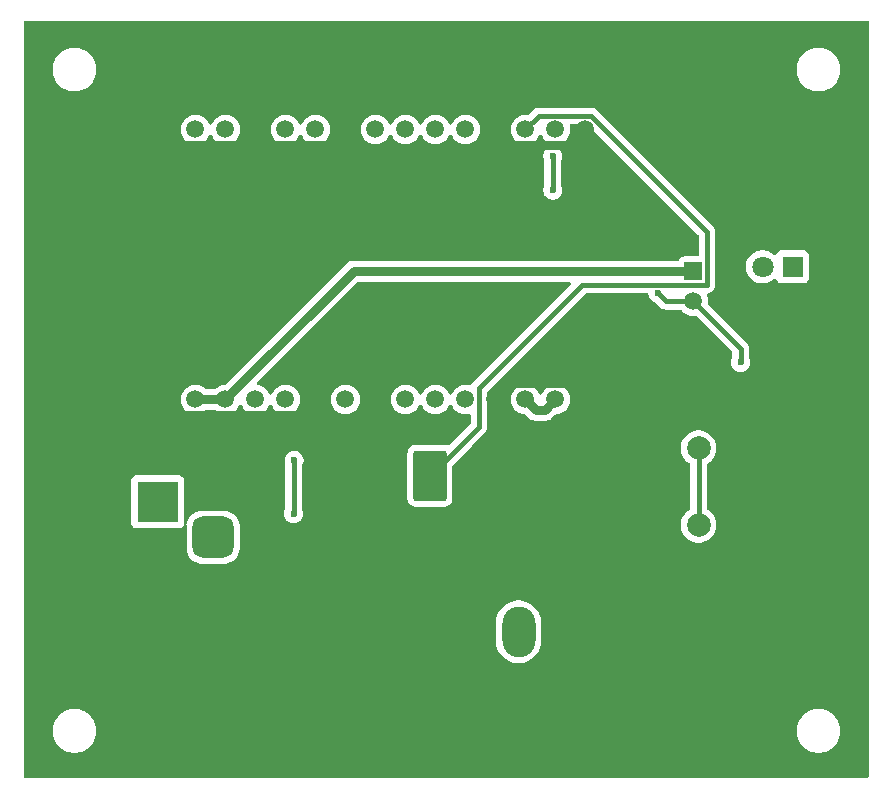
<source format=gbr>
%TF.GenerationSoftware,KiCad,Pcbnew,9.0.2*%
%TF.CreationDate,2025-08-02T19:20:04+02:00*%
%TF.ProjectId,Smart Exhaust Control,536d6172-7420-4457-9868-617573742043,rev?*%
%TF.SameCoordinates,Original*%
%TF.FileFunction,Copper,L2,Bot*%
%TF.FilePolarity,Positive*%
%FSLAX46Y46*%
G04 Gerber Fmt 4.6, Leading zero omitted, Abs format (unit mm)*
G04 Created by KiCad (PCBNEW 9.0.2) date 2025-08-02 19:20:04*
%MOMM*%
%LPD*%
G01*
G04 APERTURE LIST*
G04 Aperture macros list*
%AMRoundRect*
0 Rectangle with rounded corners*
0 $1 Rounding radius*
0 $2 $3 $4 $5 $6 $7 $8 $9 X,Y pos of 4 corners*
0 Add a 4 corners polygon primitive as box body*
4,1,4,$2,$3,$4,$5,$6,$7,$8,$9,$2,$3,0*
0 Add four circle primitives for the rounded corners*
1,1,$1+$1,$2,$3*
1,1,$1+$1,$4,$5*
1,1,$1+$1,$6,$7*
1,1,$1+$1,$8,$9*
0 Add four rect primitives between the rounded corners*
20,1,$1+$1,$2,$3,$4,$5,0*
20,1,$1+$1,$4,$5,$6,$7,0*
20,1,$1+$1,$6,$7,$8,$9,0*
20,1,$1+$1,$8,$9,$2,$3,0*%
G04 Aperture macros list end*
%TA.AperFunction,ComponentPad*%
%ADD10R,3.500000X3.500000*%
%TD*%
%TA.AperFunction,ComponentPad*%
%ADD11RoundRect,0.750000X1.000000X-0.750000X1.000000X0.750000X-1.000000X0.750000X-1.000000X-0.750000X0*%
%TD*%
%TA.AperFunction,ComponentPad*%
%ADD12RoundRect,0.875000X0.875000X-0.875000X0.875000X0.875000X-0.875000X0.875000X-0.875000X-0.875000X0*%
%TD*%
%TA.AperFunction,ComponentPad*%
%ADD13C,2.000000*%
%TD*%
%TA.AperFunction,ComponentPad*%
%ADD14R,1.800000X1.800000*%
%TD*%
%TA.AperFunction,ComponentPad*%
%ADD15C,1.800000*%
%TD*%
%TA.AperFunction,ComponentPad*%
%ADD16R,1.500000X1.500000*%
%TD*%
%TA.AperFunction,ComponentPad*%
%ADD17C,1.500000*%
%TD*%
%TA.AperFunction,ComponentPad*%
%ADD18RoundRect,0.250001X-1.149999X-1.899999X1.149999X-1.899999X1.149999X1.899999X-1.149999X1.899999X0*%
%TD*%
%TA.AperFunction,ComponentPad*%
%ADD19O,2.800000X4.300000*%
%TD*%
%TA.AperFunction,ViaPad*%
%ADD20C,0.600000*%
%TD*%
%TA.AperFunction,Conductor*%
%ADD21C,0.800000*%
%TD*%
%TA.AperFunction,Conductor*%
%ADD22C,0.400000*%
%TD*%
G04 APERTURE END LIST*
D10*
%TO.P,J1,1*%
%TO.N,+12V*%
X85042500Y-71600000D03*
D11*
%TO.P,J1,2*%
%TO.N,/GND*%
X85042500Y-77600000D03*
D12*
%TO.P,J1,3*%
%TO.N,N/C*%
X89742500Y-74600000D03*
%TD*%
D13*
%TO.P,SW1,1,1*%
%TO.N,/Button*%
X130850000Y-73550000D03*
X130850000Y-67050000D03*
%TO.P,SW1,2,2*%
%TO.N,/GND*%
X135350000Y-73550000D03*
X135350000Y-67050000D03*
%TD*%
D14*
%TO.P,D1,1,K*%
%TO.N,Net-(D1-K)*%
X138800000Y-51700000D03*
D15*
%TO.P,D1,2,A*%
%TO.N,/LED*%
X136260000Y-51700000D03*
%TD*%
D16*
%TO.P,U1,1,GND*%
%TO.N,/GND*%
X85705000Y-62930000D03*
D17*
%TO.P,U1,2,3V3*%
%TO.N,/vcc*%
X88245000Y-62930000D03*
%TO.P,U1,3,3V3*%
X90785000Y-62930000D03*
%TO.P,U1,4,IO2*%
%TO.N,unconnected-(U1-IO2-Pad4)*%
X93325000Y-62930000D03*
%TO.P,U1,5,IO3*%
%TO.N,unconnected-(U1-IO3-Pad5)*%
X95865000Y-62930000D03*
%TO.P,U1,6,GND*%
%TO.N,/GND*%
X98405000Y-62930000D03*
%TO.P,U1,7,RST*%
%TO.N,unconnected-(U1-RST-Pad7)*%
X100945000Y-62930000D03*
%TO.P,U1,8,GND*%
%TO.N,/GND*%
X103485000Y-62930000D03*
%TO.P,U1,9,IO0*%
%TO.N,unconnected-(U1-IO0-Pad9)*%
X106025000Y-62930000D03*
%TO.P,U1,10,IO1*%
%TO.N,unconnected-(U1-IO1-Pad10)*%
X108565000Y-62930000D03*
%TO.P,U1,11,IO10*%
%TO.N,unconnected-(U1-IO10-Pad11)*%
X111105000Y-62930000D03*
%TO.P,U1,12,GND*%
%TO.N,/GND*%
X113645000Y-62930000D03*
%TO.P,U1,13,5V*%
%TO.N,/5V*%
X116185000Y-62930000D03*
%TO.P,U1,14,5V*%
X118725000Y-62930000D03*
%TO.P,U1,15,GND*%
%TO.N,/GND*%
X121265000Y-62930000D03*
%TO.P,U1,16,GND*%
X121265000Y-40070000D03*
%TO.P,U1,17,IO19*%
%TO.N,/DHT_DATA*%
X118725000Y-40070000D03*
%TO.P,U1,18,IO18*%
%TO.N,/Servo PWM*%
X116185000Y-40070000D03*
%TO.P,U1,19,GND*%
%TO.N,/GND*%
X113645000Y-40070000D03*
%TO.P,U1,20,IO4*%
%TO.N,/Button*%
X111105000Y-40070000D03*
%TO.P,U1,21,IO5*%
%TO.N,/SDA*%
X108565000Y-40070000D03*
%TO.P,U1,22,IO6*%
%TO.N,/SCL*%
X106025000Y-40070000D03*
%TO.P,U1,23,IO7*%
%TO.N,unconnected-(U1-IO7-Pad23)*%
X103485000Y-40070000D03*
%TO.P,U1,24,GND*%
%TO.N,/GND*%
X100945000Y-40070000D03*
%TO.P,U1,25,IO8*%
%TO.N,unconnected-(U1-IO8-Pad25)*%
X98405000Y-40070000D03*
%TO.P,U1,26,IO9*%
%TO.N,/LED*%
X95865000Y-40070000D03*
%TO.P,U1,27,GND*%
%TO.N,/GND*%
X93325000Y-40070000D03*
%TO.P,U1,28,RX*%
%TO.N,unconnected-(U1-RX-Pad28)*%
X90785000Y-40070000D03*
%TO.P,U1,29,TX*%
%TO.N,unconnected-(U1-TX-Pad29)*%
X88245000Y-40070000D03*
%TO.P,U1,30,GND*%
%TO.N,/GND*%
X85705000Y-40070000D03*
%TD*%
D16*
%TO.P,U2,1,VDD*%
%TO.N,/vcc*%
X130400000Y-52080000D03*
D17*
%TO.P,U2,2,SDA*%
%TO.N,/DHT_DATA*%
X130400000Y-54620000D03*
%TO.P,U2,3,GND*%
%TO.N,/GND*%
X130400000Y-57160000D03*
%TO.P,U2,4,GND*%
X130400000Y-59700000D03*
%TD*%
D18*
%TO.P,M1,1,PWM*%
%TO.N,/Servo PWM*%
X108100000Y-69400000D03*
D19*
%TO.P,M1,2,+*%
%TO.N,/5V*%
X115600000Y-82600000D03*
%TO.P,M1,3,-*%
%TO.N,/GND*%
X123100000Y-69400000D03*
%TD*%
D20*
%TO.N,/5V*%
X96600000Y-68100000D03*
X96550000Y-72600000D03*
%TO.N,/DHT_DATA*%
X118500000Y-45210000D03*
X127400000Y-53931000D03*
X118500000Y-42321000D03*
X134400000Y-59800000D03*
%TD*%
D21*
%TO.N,/GND*%
X87056000Y-64281000D02*
X85705000Y-62930000D01*
X114996000Y-61579000D02*
X113645000Y-62930000D01*
X94676000Y-41421000D02*
X99594000Y-41421000D01*
X130400000Y-62100000D02*
X135350000Y-67050000D01*
X108815000Y-44900000D02*
X113645000Y-40070000D01*
X93325000Y-40070000D02*
X94676000Y-41421000D01*
X130400000Y-59700000D02*
X130400000Y-62100000D01*
X135350000Y-73550000D02*
X135350000Y-67050000D01*
X97054000Y-64281000D02*
X87056000Y-64281000D01*
X85705000Y-40070000D02*
X87056000Y-41421000D01*
X130400000Y-57160000D02*
X130400000Y-59700000D01*
X119914000Y-61579000D02*
X114996000Y-61579000D01*
X121265000Y-62930000D02*
X119914000Y-61579000D01*
X121265000Y-62930000D02*
X129570000Y-62930000D01*
X98405000Y-62930000D02*
X97054000Y-64281000D01*
X99594000Y-41421000D02*
X100945000Y-40070000D01*
X114996000Y-41421000D02*
X119914000Y-41421000D01*
X105775000Y-44900000D02*
X108815000Y-44900000D01*
X100945000Y-40070000D02*
X105775000Y-44900000D01*
X91974000Y-41421000D02*
X93325000Y-40070000D01*
X113645000Y-40070000D02*
X114996000Y-41421000D01*
X129570000Y-62930000D02*
X130400000Y-62100000D01*
X87056000Y-41421000D02*
X91974000Y-41421000D01*
X119914000Y-41421000D02*
X121265000Y-40070000D01*
D22*
%TO.N,/5V*%
X96550000Y-72600000D02*
X96550000Y-68150000D01*
D21*
X117100000Y-63845000D02*
X116185000Y-62930000D01*
X117810000Y-63845000D02*
X117100000Y-63845000D01*
X118725000Y-62930000D02*
X117810000Y-63845000D01*
D22*
X96550000Y-68150000D02*
X96600000Y-68100000D01*
D21*
%TO.N,/vcc*%
X130400000Y-52080000D02*
X101635000Y-52080000D01*
X88245000Y-62930000D02*
X90785000Y-62930000D01*
X101635000Y-52080000D02*
X90785000Y-62930000D01*
D22*
%TO.N,/Servo PWM*%
X131551000Y-48728240D02*
X131551000Y-53231000D01*
X112256000Y-61944000D02*
X112256000Y-65244000D01*
X117336000Y-38919000D02*
X121741760Y-38919000D01*
X112256000Y-65244000D02*
X108100000Y-69400000D01*
X116185000Y-40070000D02*
X117336000Y-38919000D01*
X131551000Y-53231000D02*
X120969000Y-53231000D01*
X121741760Y-38919000D02*
X131551000Y-48728240D01*
X120969000Y-53231000D02*
X112256000Y-61944000D01*
%TO.N,/DHT_DATA*%
X128089000Y-54620000D02*
X127400000Y-53931000D01*
X118500000Y-45210000D02*
X118500000Y-42321000D01*
X134400000Y-58620000D02*
X134400000Y-59800000D01*
X130400000Y-54620000D02*
X134400000Y-58620000D01*
X130400000Y-54620000D02*
X128089000Y-54620000D01*
%TO.N,/Button*%
X130850000Y-67050000D02*
X130850000Y-73550000D01*
%TD*%
%TA.AperFunction,Conductor*%
%TO.N,/GND*%
G36*
X145242539Y-30920185D02*
G01*
X145288294Y-30972989D01*
X145299500Y-31024500D01*
X145299500Y-94825500D01*
X145279815Y-94892539D01*
X145227011Y-94938294D01*
X145175500Y-94949500D01*
X73824500Y-94949500D01*
X73757461Y-94929815D01*
X73711706Y-94877011D01*
X73700500Y-94825500D01*
X73700500Y-90878711D01*
X76149500Y-90878711D01*
X76149500Y-91121288D01*
X76181161Y-91361785D01*
X76243947Y-91596104D01*
X76336773Y-91820205D01*
X76336776Y-91820212D01*
X76458064Y-92030289D01*
X76458066Y-92030292D01*
X76458067Y-92030293D01*
X76605733Y-92222736D01*
X76605739Y-92222743D01*
X76777256Y-92394260D01*
X76777262Y-92394265D01*
X76969711Y-92541936D01*
X77179788Y-92663224D01*
X77403900Y-92756054D01*
X77638211Y-92818838D01*
X77818586Y-92842584D01*
X77878711Y-92850500D01*
X77878712Y-92850500D01*
X78121289Y-92850500D01*
X78169388Y-92844167D01*
X78361789Y-92818838D01*
X78596100Y-92756054D01*
X78820212Y-92663224D01*
X79030289Y-92541936D01*
X79222738Y-92394265D01*
X79394265Y-92222738D01*
X79541936Y-92030289D01*
X79663224Y-91820212D01*
X79756054Y-91596100D01*
X79818838Y-91361789D01*
X79850500Y-91121288D01*
X79850500Y-90878712D01*
X79850500Y-90878711D01*
X139149500Y-90878711D01*
X139149500Y-91121288D01*
X139181161Y-91361785D01*
X139243947Y-91596104D01*
X139336773Y-91820205D01*
X139336776Y-91820212D01*
X139458064Y-92030289D01*
X139458066Y-92030292D01*
X139458067Y-92030293D01*
X139605733Y-92222736D01*
X139605739Y-92222743D01*
X139777256Y-92394260D01*
X139777262Y-92394265D01*
X139969711Y-92541936D01*
X140179788Y-92663224D01*
X140403900Y-92756054D01*
X140638211Y-92818838D01*
X140818586Y-92842584D01*
X140878711Y-92850500D01*
X140878712Y-92850500D01*
X141121289Y-92850500D01*
X141169388Y-92844167D01*
X141361789Y-92818838D01*
X141596100Y-92756054D01*
X141820212Y-92663224D01*
X142030289Y-92541936D01*
X142222738Y-92394265D01*
X142394265Y-92222738D01*
X142541936Y-92030289D01*
X142663224Y-91820212D01*
X142756054Y-91596100D01*
X142818838Y-91361789D01*
X142850500Y-91121288D01*
X142850500Y-90878712D01*
X142818838Y-90638211D01*
X142756054Y-90403900D01*
X142663224Y-90179788D01*
X142541936Y-89969711D01*
X142394265Y-89777262D01*
X142394260Y-89777256D01*
X142222743Y-89605739D01*
X142222736Y-89605733D01*
X142030293Y-89458067D01*
X142030292Y-89458066D01*
X142030289Y-89458064D01*
X141820212Y-89336776D01*
X141820205Y-89336773D01*
X141596104Y-89243947D01*
X141361785Y-89181161D01*
X141121289Y-89149500D01*
X141121288Y-89149500D01*
X140878712Y-89149500D01*
X140878711Y-89149500D01*
X140638214Y-89181161D01*
X140403895Y-89243947D01*
X140179794Y-89336773D01*
X140179785Y-89336777D01*
X139969706Y-89458067D01*
X139777263Y-89605733D01*
X139777256Y-89605739D01*
X139605739Y-89777256D01*
X139605733Y-89777263D01*
X139458067Y-89969706D01*
X139336777Y-90179785D01*
X139336773Y-90179794D01*
X139243947Y-90403895D01*
X139181161Y-90638214D01*
X139149500Y-90878711D01*
X79850500Y-90878711D01*
X79818838Y-90638211D01*
X79756054Y-90403900D01*
X79663224Y-90179788D01*
X79541936Y-89969711D01*
X79394265Y-89777262D01*
X79394260Y-89777256D01*
X79222743Y-89605739D01*
X79222736Y-89605733D01*
X79030293Y-89458067D01*
X79030292Y-89458066D01*
X79030289Y-89458064D01*
X78820212Y-89336776D01*
X78820205Y-89336773D01*
X78596104Y-89243947D01*
X78361785Y-89181161D01*
X78121289Y-89149500D01*
X78121288Y-89149500D01*
X77878712Y-89149500D01*
X77878711Y-89149500D01*
X77638214Y-89181161D01*
X77403895Y-89243947D01*
X77179794Y-89336773D01*
X77179785Y-89336777D01*
X76969706Y-89458067D01*
X76777263Y-89605733D01*
X76777256Y-89605739D01*
X76605739Y-89777256D01*
X76605733Y-89777263D01*
X76458067Y-89969706D01*
X76336777Y-90179785D01*
X76336773Y-90179794D01*
X76243947Y-90403895D01*
X76181161Y-90638214D01*
X76149500Y-90878711D01*
X73700500Y-90878711D01*
X73700500Y-81725441D01*
X113699500Y-81725441D01*
X113699500Y-83474558D01*
X113699501Y-83474575D01*
X113732017Y-83721561D01*
X113796498Y-83962207D01*
X113891830Y-84192361D01*
X113891837Y-84192376D01*
X114016400Y-84408126D01*
X114168060Y-84605774D01*
X114168066Y-84605781D01*
X114344218Y-84781933D01*
X114344225Y-84781939D01*
X114541873Y-84933599D01*
X114757623Y-85058162D01*
X114757638Y-85058169D01*
X114856825Y-85099253D01*
X114987793Y-85153502D01*
X115228435Y-85217982D01*
X115475435Y-85250500D01*
X115475442Y-85250500D01*
X115724558Y-85250500D01*
X115724565Y-85250500D01*
X115971565Y-85217982D01*
X116212207Y-85153502D01*
X116442373Y-85058164D01*
X116658127Y-84933599D01*
X116855776Y-84781938D01*
X117031938Y-84605776D01*
X117183599Y-84408127D01*
X117308164Y-84192373D01*
X117403502Y-83962207D01*
X117467982Y-83721565D01*
X117500500Y-83474565D01*
X117500500Y-81725435D01*
X117467982Y-81478435D01*
X117403502Y-81237793D01*
X117308164Y-81007627D01*
X117183599Y-80791873D01*
X117031938Y-80594224D01*
X117031933Y-80594218D01*
X116855781Y-80418066D01*
X116855774Y-80418060D01*
X116658126Y-80266400D01*
X116442376Y-80141837D01*
X116442361Y-80141830D01*
X116212207Y-80046498D01*
X115971561Y-79982017D01*
X115724575Y-79949501D01*
X115724570Y-79949500D01*
X115724565Y-79949500D01*
X115475435Y-79949500D01*
X115475429Y-79949500D01*
X115475424Y-79949501D01*
X115228438Y-79982017D01*
X114987792Y-80046498D01*
X114757638Y-80141830D01*
X114757623Y-80141837D01*
X114541873Y-80266400D01*
X114344225Y-80418060D01*
X114344218Y-80418066D01*
X114168066Y-80594218D01*
X114168060Y-80594225D01*
X114016400Y-80791873D01*
X113891837Y-81007623D01*
X113891830Y-81007638D01*
X113796498Y-81237792D01*
X113732017Y-81478438D01*
X113699501Y-81725424D01*
X113699500Y-81725441D01*
X73700500Y-81725441D01*
X73700500Y-69802135D01*
X82792000Y-69802135D01*
X82792000Y-73397870D01*
X82792001Y-73397876D01*
X82798408Y-73457483D01*
X82848702Y-73592328D01*
X82848706Y-73592335D01*
X82934952Y-73707544D01*
X82934955Y-73707547D01*
X83050164Y-73793793D01*
X83050171Y-73793797D01*
X83185017Y-73844091D01*
X83185016Y-73844091D01*
X83191944Y-73844835D01*
X83244627Y-73850500D01*
X86840372Y-73850499D01*
X86899983Y-73844091D01*
X87034831Y-73793796D01*
X87150046Y-73707546D01*
X87236296Y-73592331D01*
X87253926Y-73545060D01*
X87295796Y-73489128D01*
X87361259Y-73464710D01*
X87429533Y-73479561D01*
X87478939Y-73528965D01*
X87493933Y-73594971D01*
X87492001Y-73631342D01*
X87492000Y-73631386D01*
X87492000Y-75568613D01*
X87492001Y-75568652D01*
X87494795Y-75621243D01*
X87494795Y-75621244D01*
X87539254Y-75851121D01*
X87539255Y-75851126D01*
X87587826Y-75979832D01*
X87621925Y-76070189D01*
X87740429Y-76272131D01*
X87740434Y-76272138D01*
X87891356Y-76451141D01*
X87891358Y-76451143D01*
X88070361Y-76602065D01*
X88070368Y-76602070D01*
X88272310Y-76720574D01*
X88491374Y-76803245D01*
X88721259Y-76847705D01*
X88773878Y-76850500D01*
X88773886Y-76850500D01*
X90711114Y-76850500D01*
X90711122Y-76850500D01*
X90763741Y-76847705D01*
X90993626Y-76803245D01*
X91212690Y-76720574D01*
X91414632Y-76602070D01*
X91593642Y-76451142D01*
X91744570Y-76272132D01*
X91863074Y-76070190D01*
X91945745Y-75851126D01*
X91990205Y-75621241D01*
X91993000Y-75568622D01*
X91993000Y-73631378D01*
X91990205Y-73578759D01*
X91945745Y-73348874D01*
X91863074Y-73129810D01*
X91744570Y-72927868D01*
X91744565Y-72927861D01*
X91593643Y-72748858D01*
X91593641Y-72748856D01*
X91428800Y-72609875D01*
X91428791Y-72609868D01*
X91414631Y-72597929D01*
X91283797Y-72521153D01*
X95749500Y-72521153D01*
X95749500Y-72678846D01*
X95780261Y-72833489D01*
X95780264Y-72833501D01*
X95840602Y-72979172D01*
X95840609Y-72979185D01*
X95928210Y-73110288D01*
X95928213Y-73110292D01*
X96039707Y-73221786D01*
X96039711Y-73221789D01*
X96170814Y-73309390D01*
X96170827Y-73309397D01*
X96316498Y-73369735D01*
X96316503Y-73369737D01*
X96471153Y-73400499D01*
X96471156Y-73400500D01*
X96471158Y-73400500D01*
X96628844Y-73400500D01*
X96628845Y-73400499D01*
X96783497Y-73369737D01*
X96929179Y-73309394D01*
X97060289Y-73221789D01*
X97171789Y-73110289D01*
X97259394Y-72979179D01*
X97319737Y-72833497D01*
X97350500Y-72678842D01*
X97350500Y-72521158D01*
X97350500Y-72521155D01*
X97350499Y-72521153D01*
X97327491Y-72405485D01*
X97319737Y-72366503D01*
X97278379Y-72266655D01*
X97259939Y-72222136D01*
X97250500Y-72174684D01*
X97250500Y-68604935D01*
X97270185Y-68537896D01*
X97271366Y-68536090D01*
X97309394Y-68479179D01*
X97369737Y-68333497D01*
X97400500Y-68178842D01*
X97400500Y-68021158D01*
X97400500Y-68021155D01*
X97400499Y-68021153D01*
X97369738Y-67866510D01*
X97369737Y-67866503D01*
X97357282Y-67836433D01*
X97309397Y-67720827D01*
X97309390Y-67720814D01*
X97221789Y-67589711D01*
X97221786Y-67589707D01*
X97110292Y-67478213D01*
X97110288Y-67478210D01*
X96979185Y-67390609D01*
X96979172Y-67390602D01*
X96833501Y-67330264D01*
X96833489Y-67330261D01*
X96678845Y-67299500D01*
X96678842Y-67299500D01*
X96521158Y-67299500D01*
X96521155Y-67299500D01*
X96366510Y-67330261D01*
X96366498Y-67330264D01*
X96220827Y-67390602D01*
X96220814Y-67390609D01*
X96089711Y-67478210D01*
X96089707Y-67478213D01*
X95978213Y-67589707D01*
X95978210Y-67589711D01*
X95890609Y-67720814D01*
X95890602Y-67720827D01*
X95830264Y-67866498D01*
X95830261Y-67866510D01*
X95799500Y-68021153D01*
X95799500Y-68178846D01*
X95830261Y-68333489D01*
X95830263Y-68333497D01*
X95840061Y-68357151D01*
X95849500Y-68404604D01*
X95849500Y-72174684D01*
X95840061Y-72222136D01*
X95780264Y-72366498D01*
X95780261Y-72366510D01*
X95749500Y-72521153D01*
X91283797Y-72521153D01*
X91212689Y-72479425D01*
X91122332Y-72445326D01*
X90993626Y-72396755D01*
X90993621Y-72396754D01*
X90763743Y-72352295D01*
X90711152Y-72349501D01*
X90711129Y-72349500D01*
X90711122Y-72349500D01*
X88773878Y-72349500D01*
X88773870Y-72349500D01*
X88773847Y-72349501D01*
X88721256Y-72352295D01*
X88721255Y-72352295D01*
X88491378Y-72396754D01*
X88491376Y-72396754D01*
X88491374Y-72396755D01*
X88417433Y-72424659D01*
X88272310Y-72479425D01*
X88070368Y-72597929D01*
X88070361Y-72597934D01*
X87891358Y-72748856D01*
X87891356Y-72748858D01*
X87740434Y-72927861D01*
X87740429Y-72927868D01*
X87621925Y-73129810D01*
X87539253Y-73348880D01*
X87538740Y-73351532D01*
X87538212Y-73352552D01*
X87537817Y-73353950D01*
X87537532Y-73353869D01*
X87506675Y-73413609D01*
X87446139Y-73448497D01*
X87376351Y-73445117D01*
X87319468Y-73404544D01*
X87293551Y-73339659D01*
X87292999Y-73327989D01*
X87292999Y-69802128D01*
X87286591Y-69742517D01*
X87236296Y-69607669D01*
X87236295Y-69607668D01*
X87236293Y-69607664D01*
X87150047Y-69492455D01*
X87150044Y-69492452D01*
X87034835Y-69406206D01*
X87034828Y-69406202D01*
X86899982Y-69355908D01*
X86899983Y-69355908D01*
X86840383Y-69349501D01*
X86840381Y-69349500D01*
X86840373Y-69349500D01*
X86840364Y-69349500D01*
X83244629Y-69349500D01*
X83244623Y-69349501D01*
X83185016Y-69355908D01*
X83050171Y-69406202D01*
X83050164Y-69406206D01*
X82934955Y-69492452D01*
X82934952Y-69492455D01*
X82848706Y-69607664D01*
X82848702Y-69607671D01*
X82798408Y-69742517D01*
X82792001Y-69802116D01*
X82792001Y-69802123D01*
X82792000Y-69802135D01*
X73700500Y-69802135D01*
X73700500Y-62831577D01*
X86994500Y-62831577D01*
X86994500Y-63028422D01*
X87025290Y-63222826D01*
X87086117Y-63410029D01*
X87175475Y-63585403D01*
X87175476Y-63585405D01*
X87291172Y-63744646D01*
X87430354Y-63883828D01*
X87589595Y-63999524D01*
X87672455Y-64041743D01*
X87764970Y-64088882D01*
X87764972Y-64088882D01*
X87764975Y-64088884D01*
X87865317Y-64121487D01*
X87952173Y-64149709D01*
X88146578Y-64180500D01*
X88146583Y-64180500D01*
X88343422Y-64180500D01*
X88537826Y-64149709D01*
X88541313Y-64148576D01*
X88725025Y-64088884D01*
X88900405Y-63999524D01*
X89059646Y-63883828D01*
X89076655Y-63866819D01*
X89137978Y-63833334D01*
X89164336Y-63830500D01*
X89865664Y-63830500D01*
X89932703Y-63850185D01*
X89953345Y-63866819D01*
X89970354Y-63883828D01*
X90129595Y-63999524D01*
X90212455Y-64041743D01*
X90304970Y-64088882D01*
X90304972Y-64088882D01*
X90304975Y-64088884D01*
X90405317Y-64121487D01*
X90492173Y-64149709D01*
X90686578Y-64180500D01*
X90686583Y-64180500D01*
X90883422Y-64180500D01*
X91077826Y-64149709D01*
X91081313Y-64148576D01*
X91265025Y-64088884D01*
X91440405Y-63999524D01*
X91599646Y-63883828D01*
X91738828Y-63744646D01*
X91854524Y-63585405D01*
X91943884Y-63410025D01*
X91944515Y-63408787D01*
X91992489Y-63357990D01*
X92060310Y-63341195D01*
X92126445Y-63363732D01*
X92165485Y-63408787D01*
X92255474Y-63585403D01*
X92290234Y-63633246D01*
X92371172Y-63744646D01*
X92510354Y-63883828D01*
X92669595Y-63999524D01*
X92752455Y-64041743D01*
X92844970Y-64088882D01*
X92844972Y-64088882D01*
X92844975Y-64088884D01*
X92945317Y-64121487D01*
X93032173Y-64149709D01*
X93226578Y-64180500D01*
X93226583Y-64180500D01*
X93423422Y-64180500D01*
X93617826Y-64149709D01*
X93621313Y-64148576D01*
X93805025Y-64088884D01*
X93980405Y-63999524D01*
X94139646Y-63883828D01*
X94278828Y-63744646D01*
X94394524Y-63585405D01*
X94483884Y-63410025D01*
X94484515Y-63408787D01*
X94532489Y-63357990D01*
X94600310Y-63341195D01*
X94666445Y-63363732D01*
X94705485Y-63408787D01*
X94795474Y-63585403D01*
X94830234Y-63633246D01*
X94911172Y-63744646D01*
X95050354Y-63883828D01*
X95209595Y-63999524D01*
X95292455Y-64041743D01*
X95384970Y-64088882D01*
X95384972Y-64088882D01*
X95384975Y-64088884D01*
X95485317Y-64121487D01*
X95572173Y-64149709D01*
X95766578Y-64180500D01*
X95766583Y-64180500D01*
X95963422Y-64180500D01*
X96157826Y-64149709D01*
X96161313Y-64148576D01*
X96345025Y-64088884D01*
X96520405Y-63999524D01*
X96679646Y-63883828D01*
X96818828Y-63744646D01*
X96934524Y-63585405D01*
X97023884Y-63410025D01*
X97084709Y-63222826D01*
X97115500Y-63028422D01*
X97115500Y-62831577D01*
X99694500Y-62831577D01*
X99694500Y-63028422D01*
X99725290Y-63222826D01*
X99786117Y-63410029D01*
X99875475Y-63585403D01*
X99875476Y-63585405D01*
X99991172Y-63744646D01*
X100130354Y-63883828D01*
X100289595Y-63999524D01*
X100372455Y-64041743D01*
X100464970Y-64088882D01*
X100464972Y-64088882D01*
X100464975Y-64088884D01*
X100565317Y-64121487D01*
X100652173Y-64149709D01*
X100846578Y-64180500D01*
X100846583Y-64180500D01*
X101043422Y-64180500D01*
X101237826Y-64149709D01*
X101241313Y-64148576D01*
X101425025Y-64088884D01*
X101600405Y-63999524D01*
X101759646Y-63883828D01*
X101898828Y-63744646D01*
X102014524Y-63585405D01*
X102103884Y-63410025D01*
X102164709Y-63222826D01*
X102195500Y-63028422D01*
X102195500Y-62831577D01*
X102164709Y-62637173D01*
X102103882Y-62449970D01*
X102014523Y-62274594D01*
X101898828Y-62115354D01*
X101759646Y-61976172D01*
X101600405Y-61860476D01*
X101425029Y-61771117D01*
X101237826Y-61710290D01*
X101043422Y-61679500D01*
X101043417Y-61679500D01*
X100846583Y-61679500D01*
X100846578Y-61679500D01*
X100652173Y-61710290D01*
X100464970Y-61771117D01*
X100289594Y-61860476D01*
X100198741Y-61926485D01*
X100130354Y-61976172D01*
X100130352Y-61976174D01*
X100130351Y-61976174D01*
X99991174Y-62115351D01*
X99991174Y-62115352D01*
X99991172Y-62115354D01*
X99941485Y-62183741D01*
X99875476Y-62274594D01*
X99786117Y-62449970D01*
X99725290Y-62637173D01*
X99694500Y-62831577D01*
X97115500Y-62831577D01*
X97084709Y-62637173D01*
X97023882Y-62449970D01*
X96934523Y-62274594D01*
X96818828Y-62115354D01*
X96679646Y-61976172D01*
X96520405Y-61860476D01*
X96345029Y-61771117D01*
X96157826Y-61710290D01*
X95963422Y-61679500D01*
X95963417Y-61679500D01*
X95766583Y-61679500D01*
X95766578Y-61679500D01*
X95572173Y-61710290D01*
X95384970Y-61771117D01*
X95209594Y-61860476D01*
X95118741Y-61926485D01*
X95050354Y-61976172D01*
X95050352Y-61976174D01*
X95050351Y-61976174D01*
X94911174Y-62115351D01*
X94911174Y-62115352D01*
X94911172Y-62115354D01*
X94861485Y-62183741D01*
X94795476Y-62274594D01*
X94705485Y-62451213D01*
X94657511Y-62502009D01*
X94589690Y-62518804D01*
X94523555Y-62496267D01*
X94484515Y-62451213D01*
X94394523Y-62274594D01*
X94278828Y-62115354D01*
X94139646Y-61976172D01*
X93980405Y-61860476D01*
X93805029Y-61771117D01*
X93617827Y-61710291D01*
X93565010Y-61701925D01*
X93501875Y-61671995D01*
X93464945Y-61612683D01*
X93465943Y-61542820D01*
X93496726Y-61491773D01*
X101971681Y-53016819D01*
X102033004Y-52983334D01*
X102059362Y-52980500D01*
X119929481Y-52980500D01*
X119996520Y-53000185D01*
X120042275Y-53052989D01*
X120052219Y-53122147D01*
X120023194Y-53185703D01*
X120017162Y-53192181D01*
X111711888Y-61497453D01*
X111711887Y-61497454D01*
X111635223Y-61612191D01*
X111615114Y-61660740D01*
X111571272Y-61715144D01*
X111504978Y-61737208D01*
X111462235Y-61731218D01*
X111397829Y-61710291D01*
X111203422Y-61679500D01*
X111203417Y-61679500D01*
X111006583Y-61679500D01*
X111006578Y-61679500D01*
X110812173Y-61710290D01*
X110624970Y-61771117D01*
X110449594Y-61860476D01*
X110358741Y-61926485D01*
X110290354Y-61976172D01*
X110290352Y-61976174D01*
X110290351Y-61976174D01*
X110151174Y-62115351D01*
X110151174Y-62115352D01*
X110151172Y-62115354D01*
X110101485Y-62183741D01*
X110035476Y-62274594D01*
X109945485Y-62451213D01*
X109897511Y-62502009D01*
X109829690Y-62518804D01*
X109763555Y-62496267D01*
X109724515Y-62451213D01*
X109634523Y-62274594D01*
X109518828Y-62115354D01*
X109379646Y-61976172D01*
X109220405Y-61860476D01*
X109045029Y-61771117D01*
X108857826Y-61710290D01*
X108663422Y-61679500D01*
X108663417Y-61679500D01*
X108466583Y-61679500D01*
X108466578Y-61679500D01*
X108272173Y-61710290D01*
X108084970Y-61771117D01*
X107909594Y-61860476D01*
X107818741Y-61926485D01*
X107750354Y-61976172D01*
X107750352Y-61976174D01*
X107750351Y-61976174D01*
X107611174Y-62115351D01*
X107611174Y-62115352D01*
X107611172Y-62115354D01*
X107561485Y-62183741D01*
X107495476Y-62274594D01*
X107405485Y-62451213D01*
X107357511Y-62502009D01*
X107289690Y-62518804D01*
X107223555Y-62496267D01*
X107184515Y-62451213D01*
X107094523Y-62274594D01*
X106978828Y-62115354D01*
X106839646Y-61976172D01*
X106680405Y-61860476D01*
X106505029Y-61771117D01*
X106317826Y-61710290D01*
X106123422Y-61679500D01*
X106123417Y-61679500D01*
X105926583Y-61679500D01*
X105926578Y-61679500D01*
X105732173Y-61710290D01*
X105544970Y-61771117D01*
X105369594Y-61860476D01*
X105278741Y-61926485D01*
X105210354Y-61976172D01*
X105210352Y-61976174D01*
X105210351Y-61976174D01*
X105071174Y-62115351D01*
X105071174Y-62115352D01*
X105071172Y-62115354D01*
X105021485Y-62183741D01*
X104955476Y-62274594D01*
X104866117Y-62449970D01*
X104805290Y-62637173D01*
X104774500Y-62831577D01*
X104774500Y-63028422D01*
X104805290Y-63222826D01*
X104866117Y-63410029D01*
X104955475Y-63585403D01*
X104955476Y-63585405D01*
X105071172Y-63744646D01*
X105210354Y-63883828D01*
X105369595Y-63999524D01*
X105452455Y-64041743D01*
X105544970Y-64088882D01*
X105544972Y-64088882D01*
X105544975Y-64088884D01*
X105645317Y-64121487D01*
X105732173Y-64149709D01*
X105926578Y-64180500D01*
X105926583Y-64180500D01*
X106123422Y-64180500D01*
X106317826Y-64149709D01*
X106321313Y-64148576D01*
X106505025Y-64088884D01*
X106680405Y-63999524D01*
X106839646Y-63883828D01*
X106978828Y-63744646D01*
X107094524Y-63585405D01*
X107183884Y-63410025D01*
X107184515Y-63408787D01*
X107232489Y-63357990D01*
X107300310Y-63341195D01*
X107366445Y-63363732D01*
X107405485Y-63408787D01*
X107495474Y-63585403D01*
X107530234Y-63633246D01*
X107611172Y-63744646D01*
X107750354Y-63883828D01*
X107909595Y-63999524D01*
X107992455Y-64041743D01*
X108084970Y-64088882D01*
X108084972Y-64088882D01*
X108084975Y-64088884D01*
X108185317Y-64121487D01*
X108272173Y-64149709D01*
X108466578Y-64180500D01*
X108466583Y-64180500D01*
X108663422Y-64180500D01*
X108857826Y-64149709D01*
X108861313Y-64148576D01*
X109045025Y-64088884D01*
X109220405Y-63999524D01*
X109379646Y-63883828D01*
X109518828Y-63744646D01*
X109634524Y-63585405D01*
X109723884Y-63410025D01*
X109724515Y-63408787D01*
X109772489Y-63357990D01*
X109840310Y-63341195D01*
X109906445Y-63363732D01*
X109945485Y-63408787D01*
X110035474Y-63585403D01*
X110070234Y-63633246D01*
X110151172Y-63744646D01*
X110290354Y-63883828D01*
X110449595Y-63999524D01*
X110532455Y-64041743D01*
X110624970Y-64088882D01*
X110624972Y-64088882D01*
X110624975Y-64088884D01*
X110725317Y-64121487D01*
X110812173Y-64149709D01*
X111006578Y-64180500D01*
X111006583Y-64180500D01*
X111203422Y-64180500D01*
X111382982Y-64152060D01*
X111397826Y-64149709D01*
X111397834Y-64149706D01*
X111402542Y-64148576D01*
X111472325Y-64152060D01*
X111529146Y-64192719D01*
X111554965Y-64257643D01*
X111555500Y-64269147D01*
X111555500Y-64902480D01*
X111535815Y-64969519D01*
X111519181Y-64990161D01*
X109715855Y-66793486D01*
X109654532Y-66826971D01*
X109584840Y-66821987D01*
X109575770Y-66818188D01*
X109569339Y-66815189D01*
X109569334Y-66815186D01*
X109402797Y-66760001D01*
X109402795Y-66760000D01*
X109300015Y-66749500D01*
X109300008Y-66749500D01*
X106899992Y-66749500D01*
X106899984Y-66749500D01*
X106797204Y-66760000D01*
X106797203Y-66760001D01*
X106630664Y-66815186D01*
X106630662Y-66815187D01*
X106481348Y-66907286D01*
X106481344Y-66907289D01*
X106357289Y-67031344D01*
X106357286Y-67031348D01*
X106265187Y-67180662D01*
X106265186Y-67180664D01*
X106210001Y-67347203D01*
X106210000Y-67347204D01*
X106199500Y-67449984D01*
X106199500Y-71350015D01*
X106210000Y-71452795D01*
X106210001Y-71452796D01*
X106265186Y-71619335D01*
X106265187Y-71619337D01*
X106357286Y-71768651D01*
X106357289Y-71768655D01*
X106481344Y-71892710D01*
X106481348Y-71892713D01*
X106630662Y-71984812D01*
X106630664Y-71984813D01*
X106630666Y-71984814D01*
X106797203Y-72039999D01*
X106899992Y-72050500D01*
X106899997Y-72050500D01*
X109300003Y-72050500D01*
X109300008Y-72050500D01*
X109402797Y-72039999D01*
X109569334Y-71984814D01*
X109718655Y-71892711D01*
X109842711Y-71768655D01*
X109934814Y-71619334D01*
X109989999Y-71452797D01*
X110000500Y-71350008D01*
X110000500Y-68541519D01*
X110020185Y-68474480D01*
X110036819Y-68453838D01*
X111558756Y-66931902D01*
X129349500Y-66931902D01*
X129349500Y-67168097D01*
X129386446Y-67401368D01*
X129459433Y-67625996D01*
X129566657Y-67836433D01*
X129705483Y-68027510D01*
X129872490Y-68194517D01*
X130063567Y-68333343D01*
X130081794Y-68342630D01*
X130132590Y-68390603D01*
X130149500Y-68453115D01*
X130149500Y-72146883D01*
X130129815Y-72213922D01*
X130081799Y-72257366D01*
X130063569Y-72266655D01*
X129968028Y-72336070D01*
X129872490Y-72405483D01*
X129872488Y-72405485D01*
X129872487Y-72405485D01*
X129705485Y-72572487D01*
X129705485Y-72572488D01*
X129705483Y-72572490D01*
X129678321Y-72609875D01*
X129566657Y-72763566D01*
X129459433Y-72974003D01*
X129386446Y-73198631D01*
X129349500Y-73431902D01*
X129349500Y-73668097D01*
X129386446Y-73901368D01*
X129459433Y-74125996D01*
X129566657Y-74336433D01*
X129705483Y-74527510D01*
X129872490Y-74694517D01*
X130063567Y-74833343D01*
X130162991Y-74884002D01*
X130274003Y-74940566D01*
X130274005Y-74940566D01*
X130274008Y-74940568D01*
X130394412Y-74979689D01*
X130498631Y-75013553D01*
X130731903Y-75050500D01*
X130731908Y-75050500D01*
X130968097Y-75050500D01*
X131201368Y-75013553D01*
X131425992Y-74940568D01*
X131636433Y-74833343D01*
X131827510Y-74694517D01*
X131994517Y-74527510D01*
X132133343Y-74336433D01*
X132240568Y-74125992D01*
X132313553Y-73901368D01*
X132322625Y-73844091D01*
X132350500Y-73668097D01*
X132350500Y-73431902D01*
X132313553Y-73198631D01*
X132240566Y-72974003D01*
X132133342Y-72763566D01*
X132122656Y-72748858D01*
X131994517Y-72572490D01*
X131827510Y-72405483D01*
X131636433Y-72266657D01*
X131636432Y-72266656D01*
X131636430Y-72266655D01*
X131618201Y-72257366D01*
X131567407Y-72209390D01*
X131550500Y-72146883D01*
X131550500Y-68453115D01*
X131570185Y-68386076D01*
X131618205Y-68342630D01*
X131636433Y-68333343D01*
X131827510Y-68194517D01*
X131994517Y-68027510D01*
X132133343Y-67836433D01*
X132240568Y-67625992D01*
X132313553Y-67401368D01*
X132324815Y-67330261D01*
X132350500Y-67168097D01*
X132350500Y-66931902D01*
X132313553Y-66698631D01*
X132240566Y-66474003D01*
X132133342Y-66263566D01*
X131994517Y-66072490D01*
X131827510Y-65905483D01*
X131636433Y-65766657D01*
X131425996Y-65659433D01*
X131201368Y-65586446D01*
X130968097Y-65549500D01*
X130968092Y-65549500D01*
X130731908Y-65549500D01*
X130731903Y-65549500D01*
X130498631Y-65586446D01*
X130274003Y-65659433D01*
X130063566Y-65766657D01*
X129954550Y-65845862D01*
X129872490Y-65905483D01*
X129872488Y-65905485D01*
X129872487Y-65905485D01*
X129705485Y-66072487D01*
X129705485Y-66072488D01*
X129705483Y-66072490D01*
X129645862Y-66154550D01*
X129566657Y-66263566D01*
X129459433Y-66474003D01*
X129386446Y-66698631D01*
X129349500Y-66931902D01*
X111558756Y-66931902D01*
X111651303Y-66839355D01*
X112800111Y-65690546D01*
X112800112Y-65690545D01*
X112800114Y-65690543D01*
X112876775Y-65575811D01*
X112887674Y-65549500D01*
X112929578Y-65448332D01*
X112929580Y-65448328D01*
X112956500Y-65312994D01*
X112956500Y-65175006D01*
X112956500Y-62831577D01*
X114934500Y-62831577D01*
X114934500Y-63028422D01*
X114965290Y-63222826D01*
X115026117Y-63410029D01*
X115115475Y-63585403D01*
X115115476Y-63585405D01*
X115231172Y-63744646D01*
X115370354Y-63883828D01*
X115529595Y-63999524D01*
X115612455Y-64041743D01*
X115704970Y-64088882D01*
X115704972Y-64088882D01*
X115704975Y-64088884D01*
X115805317Y-64121487D01*
X115892173Y-64149709D01*
X116086578Y-64180500D01*
X116086583Y-64180500D01*
X116110639Y-64180500D01*
X116177678Y-64200185D01*
X116198320Y-64216819D01*
X116400536Y-64419035D01*
X116525962Y-64544461D01*
X116525966Y-64544465D01*
X116673446Y-64643009D01*
X116673459Y-64643016D01*
X116755392Y-64676953D01*
X116837334Y-64710894D01*
X116837336Y-64710894D01*
X116837341Y-64710896D01*
X117011304Y-64745499D01*
X117011307Y-64745500D01*
X117011309Y-64745500D01*
X117898693Y-64745500D01*
X117898694Y-64745499D01*
X118072666Y-64710895D01*
X118154606Y-64676953D01*
X118236547Y-64643013D01*
X118324959Y-64583936D01*
X118384036Y-64544464D01*
X118711681Y-64216819D01*
X118773004Y-64183334D01*
X118799362Y-64180500D01*
X118823422Y-64180500D01*
X119017826Y-64149709D01*
X119021313Y-64148576D01*
X119205025Y-64088884D01*
X119380405Y-63999524D01*
X119539646Y-63883828D01*
X119678828Y-63744646D01*
X119794524Y-63585405D01*
X119883884Y-63410025D01*
X119944709Y-63222826D01*
X119975500Y-63028422D01*
X119975500Y-62831577D01*
X119944709Y-62637173D01*
X119883882Y-62449970D01*
X119794523Y-62274594D01*
X119678828Y-62115354D01*
X119539646Y-61976172D01*
X119380405Y-61860476D01*
X119205029Y-61771117D01*
X119017826Y-61710290D01*
X118823422Y-61679500D01*
X118823417Y-61679500D01*
X118626583Y-61679500D01*
X118626578Y-61679500D01*
X118432173Y-61710290D01*
X118244970Y-61771117D01*
X118069594Y-61860476D01*
X117978741Y-61926485D01*
X117910354Y-61976172D01*
X117910352Y-61976174D01*
X117910351Y-61976174D01*
X117771174Y-62115351D01*
X117771174Y-62115352D01*
X117771172Y-62115354D01*
X117721485Y-62183741D01*
X117655476Y-62274594D01*
X117565485Y-62451213D01*
X117517511Y-62502009D01*
X117449690Y-62518804D01*
X117383555Y-62496267D01*
X117344515Y-62451213D01*
X117254523Y-62274594D01*
X117138828Y-62115354D01*
X116999646Y-61976172D01*
X116840405Y-61860476D01*
X116665029Y-61771117D01*
X116477826Y-61710290D01*
X116283422Y-61679500D01*
X116283417Y-61679500D01*
X116086583Y-61679500D01*
X116086578Y-61679500D01*
X115892173Y-61710290D01*
X115704970Y-61771117D01*
X115529594Y-61860476D01*
X115438741Y-61926485D01*
X115370354Y-61976172D01*
X115370352Y-61976174D01*
X115370351Y-61976174D01*
X115231174Y-62115351D01*
X115231174Y-62115352D01*
X115231172Y-62115354D01*
X115181485Y-62183741D01*
X115115476Y-62274594D01*
X115026117Y-62449970D01*
X114965290Y-62637173D01*
X114934500Y-62831577D01*
X112956500Y-62831577D01*
X112956500Y-62285519D01*
X112976185Y-62218480D01*
X112992819Y-62197838D01*
X121222838Y-53967819D01*
X121284161Y-53934334D01*
X121310519Y-53931500D01*
X126482152Y-53931500D01*
X126549191Y-53951185D01*
X126594946Y-54003989D01*
X126603769Y-54031308D01*
X126630261Y-54164491D01*
X126630264Y-54164501D01*
X126690602Y-54310172D01*
X126690609Y-54310185D01*
X126778210Y-54441288D01*
X126778213Y-54441292D01*
X126889707Y-54552786D01*
X126889711Y-54552789D01*
X127020814Y-54640390D01*
X127020827Y-54640397D01*
X127165185Y-54700191D01*
X127205414Y-54727071D01*
X127642453Y-55164111D01*
X127642454Y-55164112D01*
X127757190Y-55240776D01*
X127855790Y-55281617D01*
X127884671Y-55293580D01*
X127884672Y-55293580D01*
X127884677Y-55293582D01*
X127911545Y-55298925D01*
X127911551Y-55298926D01*
X127911591Y-55298934D01*
X128001937Y-55316905D01*
X128020006Y-55320500D01*
X128020007Y-55320500D01*
X129300059Y-55320500D01*
X129367098Y-55340185D01*
X129400375Y-55371612D01*
X129446172Y-55434646D01*
X129585354Y-55573828D01*
X129744595Y-55689524D01*
X129827455Y-55731743D01*
X129919970Y-55778882D01*
X129919972Y-55778882D01*
X129919975Y-55778884D01*
X130020317Y-55811487D01*
X130107173Y-55839709D01*
X130301578Y-55870500D01*
X130301583Y-55870500D01*
X130498414Y-55870500D01*
X130498417Y-55870500D01*
X130575369Y-55858311D01*
X130644659Y-55867265D01*
X130682446Y-55893103D01*
X133663181Y-58873838D01*
X133696666Y-58935161D01*
X133699500Y-58961519D01*
X133699500Y-59374684D01*
X133690061Y-59422136D01*
X133630264Y-59566498D01*
X133630261Y-59566510D01*
X133599500Y-59721153D01*
X133599500Y-59878846D01*
X133630261Y-60033489D01*
X133630264Y-60033501D01*
X133690602Y-60179172D01*
X133690609Y-60179185D01*
X133778210Y-60310288D01*
X133778213Y-60310292D01*
X133889707Y-60421786D01*
X133889711Y-60421789D01*
X134020814Y-60509390D01*
X134020827Y-60509397D01*
X134166498Y-60569735D01*
X134166503Y-60569737D01*
X134321153Y-60600499D01*
X134321156Y-60600500D01*
X134321158Y-60600500D01*
X134478844Y-60600500D01*
X134478845Y-60600499D01*
X134633497Y-60569737D01*
X134779179Y-60509394D01*
X134910289Y-60421789D01*
X135021789Y-60310289D01*
X135109394Y-60179179D01*
X135169737Y-60033497D01*
X135200500Y-59878842D01*
X135200500Y-59721158D01*
X135200500Y-59721155D01*
X135200499Y-59721153D01*
X135169738Y-59566510D01*
X135169737Y-59566503D01*
X135109939Y-59422136D01*
X135100500Y-59374684D01*
X135100500Y-58551004D01*
X135073581Y-58415677D01*
X135073580Y-58415676D01*
X135073580Y-58415672D01*
X135073578Y-58415667D01*
X135020777Y-58288192D01*
X134944112Y-58173454D01*
X134944111Y-58173453D01*
X131673103Y-54902446D01*
X131639618Y-54841123D01*
X131638311Y-54795372D01*
X131650500Y-54718417D01*
X131650500Y-54521583D01*
X131650500Y-54521577D01*
X131619709Y-54327173D01*
X131566853Y-54164501D01*
X131558884Y-54139975D01*
X131558882Y-54139972D01*
X131558882Y-54139970D01*
X131542427Y-54107676D01*
X131529531Y-54039007D01*
X131555807Y-53974266D01*
X131612914Y-53934009D01*
X131628721Y-53929764D01*
X131650034Y-53925524D01*
X131755328Y-53904580D01*
X131882811Y-53851775D01*
X131997542Y-53775114D01*
X132095114Y-53677542D01*
X132171775Y-53562811D01*
X132224580Y-53435328D01*
X132251500Y-53299993D01*
X132251500Y-51589778D01*
X134859500Y-51589778D01*
X134859500Y-51810221D01*
X134893985Y-52027952D01*
X134962103Y-52237603D01*
X134962104Y-52237606D01*
X135062187Y-52434025D01*
X135191752Y-52612358D01*
X135191756Y-52612363D01*
X135347636Y-52768243D01*
X135347641Y-52768247D01*
X135449606Y-52842328D01*
X135525978Y-52897815D01*
X135654375Y-52963237D01*
X135722393Y-52997895D01*
X135722396Y-52997896D01*
X135827221Y-53031955D01*
X135932049Y-53066015D01*
X136149778Y-53100500D01*
X136149779Y-53100500D01*
X136370221Y-53100500D01*
X136370222Y-53100500D01*
X136587951Y-53066015D01*
X136797606Y-52997895D01*
X136994022Y-52897815D01*
X137172365Y-52768242D01*
X137222536Y-52718070D01*
X137283857Y-52684586D01*
X137353548Y-52689570D01*
X137409482Y-52731441D01*
X137426398Y-52762419D01*
X137456202Y-52842328D01*
X137456206Y-52842335D01*
X137542452Y-52957544D01*
X137542455Y-52957547D01*
X137657664Y-53043793D01*
X137657671Y-53043797D01*
X137792517Y-53094091D01*
X137792516Y-53094091D01*
X137799444Y-53094835D01*
X137852127Y-53100500D01*
X139747872Y-53100499D01*
X139807483Y-53094091D01*
X139942331Y-53043796D01*
X140057546Y-52957546D01*
X140143796Y-52842331D01*
X140194091Y-52707483D01*
X140200500Y-52647873D01*
X140200499Y-50752128D01*
X140194091Y-50692517D01*
X140173601Y-50637581D01*
X140143797Y-50557671D01*
X140143793Y-50557664D01*
X140057547Y-50442455D01*
X140057544Y-50442452D01*
X139942335Y-50356206D01*
X139942328Y-50356202D01*
X139807482Y-50305908D01*
X139807483Y-50305908D01*
X139747883Y-50299501D01*
X139747881Y-50299500D01*
X139747873Y-50299500D01*
X139747864Y-50299500D01*
X137852129Y-50299500D01*
X137852123Y-50299501D01*
X137792516Y-50305908D01*
X137657671Y-50356202D01*
X137657664Y-50356206D01*
X137542455Y-50442452D01*
X137542452Y-50442455D01*
X137456206Y-50557664D01*
X137456203Y-50557669D01*
X137426398Y-50637581D01*
X137384526Y-50693514D01*
X137319062Y-50717931D01*
X137250789Y-50703079D01*
X137222535Y-50681928D01*
X137172363Y-50631756D01*
X137172358Y-50631752D01*
X136994025Y-50502187D01*
X136994024Y-50502186D01*
X136994022Y-50502185D01*
X136876791Y-50442452D01*
X136797606Y-50402104D01*
X136797603Y-50402103D01*
X136587952Y-50333985D01*
X136479086Y-50316742D01*
X136370222Y-50299500D01*
X136149778Y-50299500D01*
X136077201Y-50310995D01*
X135932047Y-50333985D01*
X135722396Y-50402103D01*
X135722393Y-50402104D01*
X135525974Y-50502187D01*
X135347641Y-50631752D01*
X135347636Y-50631756D01*
X135191756Y-50787636D01*
X135191752Y-50787641D01*
X135062187Y-50965974D01*
X134962104Y-51162393D01*
X134962103Y-51162396D01*
X134893985Y-51372047D01*
X134859500Y-51589778D01*
X132251500Y-51589778D01*
X132251500Y-48659247D01*
X132251500Y-48659244D01*
X132224581Y-48523917D01*
X132224580Y-48523916D01*
X132224580Y-48523912D01*
X132224578Y-48523907D01*
X132171777Y-48396432D01*
X132095112Y-48281694D01*
X122188305Y-38374887D01*
X122073567Y-38298222D01*
X121946092Y-38245421D01*
X121946082Y-38245418D01*
X121810756Y-38218500D01*
X121810754Y-38218500D01*
X121810753Y-38218500D01*
X117404994Y-38218500D01*
X117267006Y-38218500D01*
X117267004Y-38218500D01*
X117131677Y-38245418D01*
X117131667Y-38245421D01*
X117004192Y-38298222D01*
X116889454Y-38374887D01*
X116467446Y-38796895D01*
X116406123Y-38830380D01*
X116360367Y-38831687D01*
X116283422Y-38819500D01*
X116283417Y-38819500D01*
X116086583Y-38819500D01*
X116086578Y-38819500D01*
X115892173Y-38850290D01*
X115704970Y-38911117D01*
X115529594Y-39000476D01*
X115438741Y-39066485D01*
X115370354Y-39116172D01*
X115370352Y-39116174D01*
X115370351Y-39116174D01*
X115231174Y-39255351D01*
X115231174Y-39255352D01*
X115231172Y-39255354D01*
X115181485Y-39323741D01*
X115115476Y-39414594D01*
X115026117Y-39589970D01*
X114965290Y-39777173D01*
X114934500Y-39971577D01*
X114934500Y-40168422D01*
X114965290Y-40362826D01*
X115026117Y-40550029D01*
X115115475Y-40725403D01*
X115115476Y-40725405D01*
X115231172Y-40884646D01*
X115370354Y-41023828D01*
X115529595Y-41139524D01*
X115612455Y-41181743D01*
X115704970Y-41228882D01*
X115704972Y-41228882D01*
X115704975Y-41228884D01*
X115805317Y-41261487D01*
X115892173Y-41289709D01*
X116086578Y-41320500D01*
X116086583Y-41320500D01*
X116283422Y-41320500D01*
X116477826Y-41289709D01*
X116493365Y-41284660D01*
X116665025Y-41228884D01*
X116840405Y-41139524D01*
X116999646Y-41023828D01*
X117138828Y-40884646D01*
X117254524Y-40725405D01*
X117343884Y-40550025D01*
X117344515Y-40548787D01*
X117392489Y-40497990D01*
X117460310Y-40481195D01*
X117526445Y-40503732D01*
X117565485Y-40548787D01*
X117655474Y-40725403D01*
X117690234Y-40773246D01*
X117771172Y-40884646D01*
X117910354Y-41023828D01*
X118069595Y-41139524D01*
X118244975Y-41228884D01*
X118416635Y-41284660D01*
X118474311Y-41324098D01*
X118501509Y-41388456D01*
X118489594Y-41457303D01*
X118442350Y-41508778D01*
X118402509Y-41524208D01*
X118266508Y-41551261D01*
X118266498Y-41551264D01*
X118120827Y-41611602D01*
X118120814Y-41611609D01*
X117989711Y-41699210D01*
X117989707Y-41699213D01*
X117878213Y-41810707D01*
X117878210Y-41810711D01*
X117790609Y-41941814D01*
X117790602Y-41941827D01*
X117730264Y-42087498D01*
X117730261Y-42087510D01*
X117699500Y-42242153D01*
X117699500Y-42399846D01*
X117730261Y-42554489D01*
X117730264Y-42554501D01*
X117790061Y-42698864D01*
X117799500Y-42746316D01*
X117799500Y-44784684D01*
X117790061Y-44832136D01*
X117730264Y-44976498D01*
X117730261Y-44976510D01*
X117699500Y-45131153D01*
X117699500Y-45288846D01*
X117730261Y-45443489D01*
X117730264Y-45443501D01*
X117790602Y-45589172D01*
X117790609Y-45589185D01*
X117878210Y-45720288D01*
X117878213Y-45720292D01*
X117989707Y-45831786D01*
X117989711Y-45831789D01*
X118120814Y-45919390D01*
X118120827Y-45919397D01*
X118266498Y-45979735D01*
X118266503Y-45979737D01*
X118421153Y-46010499D01*
X118421156Y-46010500D01*
X118421158Y-46010500D01*
X118578844Y-46010500D01*
X118578845Y-46010499D01*
X118733497Y-45979737D01*
X118879179Y-45919394D01*
X119010289Y-45831789D01*
X119121789Y-45720289D01*
X119209394Y-45589179D01*
X119269737Y-45443497D01*
X119300500Y-45288842D01*
X119300500Y-45131158D01*
X119300500Y-45131155D01*
X119300499Y-45131153D01*
X119269738Y-44976510D01*
X119269737Y-44976503D01*
X119209939Y-44832136D01*
X119200500Y-44784684D01*
X119200500Y-42746316D01*
X119209939Y-42698864D01*
X119269735Y-42554501D01*
X119269737Y-42554497D01*
X119300500Y-42399842D01*
X119300500Y-42242158D01*
X119300500Y-42242155D01*
X119300499Y-42242153D01*
X119269738Y-42087510D01*
X119269737Y-42087503D01*
X119269735Y-42087498D01*
X119209397Y-41941827D01*
X119209390Y-41941814D01*
X119121789Y-41810711D01*
X119121786Y-41810707D01*
X119010292Y-41699213D01*
X119010288Y-41699210D01*
X118879185Y-41611609D01*
X118879172Y-41611602D01*
X118752324Y-41559061D01*
X118697920Y-41515220D01*
X118675855Y-41448926D01*
X118693134Y-41381227D01*
X118744271Y-41333616D01*
X118799776Y-41320500D01*
X118823422Y-41320500D01*
X119017826Y-41289709D01*
X119033365Y-41284660D01*
X119205025Y-41228884D01*
X119380405Y-41139524D01*
X119539646Y-41023828D01*
X119678828Y-40884646D01*
X119794524Y-40725405D01*
X119883884Y-40550025D01*
X119944709Y-40362826D01*
X119975500Y-40168422D01*
X119975500Y-39971577D01*
X119944709Y-39777175D01*
X119943574Y-39772446D01*
X119947065Y-39702664D01*
X119987730Y-39645846D01*
X120052656Y-39620034D01*
X120064148Y-39619500D01*
X121400241Y-39619500D01*
X121467280Y-39639185D01*
X121487922Y-39655819D01*
X130814181Y-48982078D01*
X130847666Y-49043401D01*
X130850500Y-49069759D01*
X130850500Y-50705500D01*
X130830815Y-50772539D01*
X130778011Y-50818294D01*
X130726500Y-50829500D01*
X129602129Y-50829500D01*
X129602123Y-50829501D01*
X129542516Y-50835908D01*
X129407671Y-50886202D01*
X129407664Y-50886206D01*
X129292455Y-50972452D01*
X129292452Y-50972455D01*
X129206206Y-51087664D01*
X129206204Y-51087668D01*
X129206204Y-51087669D01*
X129202039Y-51098834D01*
X129160171Y-51154766D01*
X129094707Y-51179184D01*
X129085859Y-51179500D01*
X101546303Y-51179500D01*
X101372341Y-51214103D01*
X101372329Y-51214106D01*
X101290392Y-51248045D01*
X101290393Y-51248046D01*
X101208455Y-51281985D01*
X101120040Y-51341063D01*
X101120039Y-51341064D01*
X101060961Y-51380537D01*
X101060960Y-51380538D01*
X90798319Y-61643181D01*
X90736996Y-61676666D01*
X90710638Y-61679500D01*
X90686578Y-61679500D01*
X90492173Y-61710290D01*
X90304970Y-61771117D01*
X90129594Y-61860476D01*
X90038741Y-61926485D01*
X89970354Y-61976172D01*
X89970352Y-61976174D01*
X89970351Y-61976174D01*
X89953345Y-61993181D01*
X89892022Y-62026666D01*
X89865664Y-62029500D01*
X89164336Y-62029500D01*
X89097297Y-62009815D01*
X89076655Y-61993181D01*
X89059648Y-61976174D01*
X89059646Y-61976172D01*
X88900405Y-61860476D01*
X88725029Y-61771117D01*
X88537826Y-61710290D01*
X88343422Y-61679500D01*
X88343417Y-61679500D01*
X88146583Y-61679500D01*
X88146578Y-61679500D01*
X87952173Y-61710290D01*
X87764970Y-61771117D01*
X87589594Y-61860476D01*
X87498741Y-61926485D01*
X87430354Y-61976172D01*
X87430352Y-61976174D01*
X87430351Y-61976174D01*
X87291174Y-62115351D01*
X87291174Y-62115352D01*
X87291172Y-62115354D01*
X87241485Y-62183741D01*
X87175476Y-62274594D01*
X87086117Y-62449970D01*
X87025290Y-62637173D01*
X86994500Y-62831577D01*
X73700500Y-62831577D01*
X73700500Y-39971577D01*
X86994500Y-39971577D01*
X86994500Y-40168422D01*
X87025290Y-40362826D01*
X87086117Y-40550029D01*
X87175475Y-40725403D01*
X87175476Y-40725405D01*
X87291172Y-40884646D01*
X87430354Y-41023828D01*
X87589595Y-41139524D01*
X87672455Y-41181743D01*
X87764970Y-41228882D01*
X87764972Y-41228882D01*
X87764975Y-41228884D01*
X87865317Y-41261487D01*
X87952173Y-41289709D01*
X88146578Y-41320500D01*
X88146583Y-41320500D01*
X88343422Y-41320500D01*
X88537826Y-41289709D01*
X88553365Y-41284660D01*
X88725025Y-41228884D01*
X88900405Y-41139524D01*
X89059646Y-41023828D01*
X89198828Y-40884646D01*
X89314524Y-40725405D01*
X89403884Y-40550025D01*
X89404515Y-40548787D01*
X89452489Y-40497990D01*
X89520310Y-40481195D01*
X89586445Y-40503732D01*
X89625485Y-40548787D01*
X89715474Y-40725403D01*
X89750234Y-40773246D01*
X89831172Y-40884646D01*
X89970354Y-41023828D01*
X90129595Y-41139524D01*
X90212455Y-41181743D01*
X90304970Y-41228882D01*
X90304972Y-41228882D01*
X90304975Y-41228884D01*
X90405317Y-41261487D01*
X90492173Y-41289709D01*
X90686578Y-41320500D01*
X90686583Y-41320500D01*
X90883422Y-41320500D01*
X91077826Y-41289709D01*
X91093365Y-41284660D01*
X91265025Y-41228884D01*
X91440405Y-41139524D01*
X91599646Y-41023828D01*
X91738828Y-40884646D01*
X91854524Y-40725405D01*
X91943884Y-40550025D01*
X92004709Y-40362826D01*
X92035500Y-40168422D01*
X92035500Y-39971577D01*
X94614500Y-39971577D01*
X94614500Y-40168422D01*
X94645290Y-40362826D01*
X94706117Y-40550029D01*
X94795475Y-40725403D01*
X94795476Y-40725405D01*
X94911172Y-40884646D01*
X95050354Y-41023828D01*
X95209595Y-41139524D01*
X95292455Y-41181743D01*
X95384970Y-41228882D01*
X95384972Y-41228882D01*
X95384975Y-41228884D01*
X95485317Y-41261487D01*
X95572173Y-41289709D01*
X95766578Y-41320500D01*
X95766583Y-41320500D01*
X95963422Y-41320500D01*
X96157826Y-41289709D01*
X96173365Y-41284660D01*
X96345025Y-41228884D01*
X96520405Y-41139524D01*
X96679646Y-41023828D01*
X96818828Y-40884646D01*
X96934524Y-40725405D01*
X97023884Y-40550025D01*
X97024515Y-40548787D01*
X97072489Y-40497990D01*
X97140310Y-40481195D01*
X97206445Y-40503732D01*
X97245485Y-40548787D01*
X97335474Y-40725403D01*
X97370234Y-40773246D01*
X97451172Y-40884646D01*
X97590354Y-41023828D01*
X97749595Y-41139524D01*
X97832455Y-41181743D01*
X97924970Y-41228882D01*
X97924972Y-41228882D01*
X97924975Y-41228884D01*
X98025317Y-41261487D01*
X98112173Y-41289709D01*
X98306578Y-41320500D01*
X98306583Y-41320500D01*
X98503422Y-41320500D01*
X98697826Y-41289709D01*
X98713365Y-41284660D01*
X98885025Y-41228884D01*
X99060405Y-41139524D01*
X99219646Y-41023828D01*
X99358828Y-40884646D01*
X99474524Y-40725405D01*
X99563884Y-40550025D01*
X99624709Y-40362826D01*
X99655500Y-40168422D01*
X99655500Y-39971577D01*
X102234500Y-39971577D01*
X102234500Y-40168422D01*
X102265290Y-40362826D01*
X102326117Y-40550029D01*
X102415475Y-40725403D01*
X102415476Y-40725405D01*
X102531172Y-40884646D01*
X102670354Y-41023828D01*
X102829595Y-41139524D01*
X102912455Y-41181743D01*
X103004970Y-41228882D01*
X103004972Y-41228882D01*
X103004975Y-41228884D01*
X103105317Y-41261487D01*
X103192173Y-41289709D01*
X103386578Y-41320500D01*
X103386583Y-41320500D01*
X103583422Y-41320500D01*
X103777826Y-41289709D01*
X103793365Y-41284660D01*
X103965025Y-41228884D01*
X104140405Y-41139524D01*
X104299646Y-41023828D01*
X104438828Y-40884646D01*
X104554524Y-40725405D01*
X104643884Y-40550025D01*
X104644515Y-40548787D01*
X104692489Y-40497990D01*
X104760310Y-40481195D01*
X104826445Y-40503732D01*
X104865485Y-40548787D01*
X104955474Y-40725403D01*
X104990234Y-40773246D01*
X105071172Y-40884646D01*
X105210354Y-41023828D01*
X105369595Y-41139524D01*
X105452455Y-41181743D01*
X105544970Y-41228882D01*
X105544972Y-41228882D01*
X105544975Y-41228884D01*
X105645317Y-41261487D01*
X105732173Y-41289709D01*
X105926578Y-41320500D01*
X105926583Y-41320500D01*
X106123422Y-41320500D01*
X106317826Y-41289709D01*
X106333365Y-41284660D01*
X106505025Y-41228884D01*
X106680405Y-41139524D01*
X106839646Y-41023828D01*
X106978828Y-40884646D01*
X107094524Y-40725405D01*
X107183884Y-40550025D01*
X107184515Y-40548787D01*
X107232489Y-40497990D01*
X107300310Y-40481195D01*
X107366445Y-40503732D01*
X107405485Y-40548787D01*
X107495474Y-40725403D01*
X107530234Y-40773246D01*
X107611172Y-40884646D01*
X107750354Y-41023828D01*
X107909595Y-41139524D01*
X107992455Y-41181743D01*
X108084970Y-41228882D01*
X108084972Y-41228882D01*
X108084975Y-41228884D01*
X108185317Y-41261487D01*
X108272173Y-41289709D01*
X108466578Y-41320500D01*
X108466583Y-41320500D01*
X108663422Y-41320500D01*
X108857826Y-41289709D01*
X108873365Y-41284660D01*
X109045025Y-41228884D01*
X109220405Y-41139524D01*
X109379646Y-41023828D01*
X109518828Y-40884646D01*
X109634524Y-40725405D01*
X109723884Y-40550025D01*
X109724515Y-40548787D01*
X109772489Y-40497990D01*
X109840310Y-40481195D01*
X109906445Y-40503732D01*
X109945485Y-40548787D01*
X110035474Y-40725403D01*
X110070234Y-40773246D01*
X110151172Y-40884646D01*
X110290354Y-41023828D01*
X110449595Y-41139524D01*
X110532455Y-41181743D01*
X110624970Y-41228882D01*
X110624972Y-41228882D01*
X110624975Y-41228884D01*
X110725317Y-41261487D01*
X110812173Y-41289709D01*
X111006578Y-41320500D01*
X111006583Y-41320500D01*
X111203422Y-41320500D01*
X111397826Y-41289709D01*
X111413365Y-41284660D01*
X111585025Y-41228884D01*
X111760405Y-41139524D01*
X111919646Y-41023828D01*
X112058828Y-40884646D01*
X112174524Y-40725405D01*
X112263884Y-40550025D01*
X112324709Y-40362826D01*
X112355500Y-40168422D01*
X112355500Y-39971577D01*
X112324709Y-39777173D01*
X112263882Y-39589970D01*
X112174523Y-39414594D01*
X112058828Y-39255354D01*
X111919646Y-39116172D01*
X111760405Y-39000476D01*
X111585029Y-38911117D01*
X111397826Y-38850290D01*
X111203422Y-38819500D01*
X111203417Y-38819500D01*
X111006583Y-38819500D01*
X111006578Y-38819500D01*
X110812173Y-38850290D01*
X110624970Y-38911117D01*
X110449594Y-39000476D01*
X110358741Y-39066485D01*
X110290354Y-39116172D01*
X110290352Y-39116174D01*
X110290351Y-39116174D01*
X110151174Y-39255351D01*
X110151174Y-39255352D01*
X110151172Y-39255354D01*
X110101485Y-39323741D01*
X110035476Y-39414594D01*
X109945485Y-39591213D01*
X109897511Y-39642009D01*
X109829690Y-39658804D01*
X109763555Y-39636267D01*
X109724515Y-39591213D01*
X109634523Y-39414594D01*
X109518828Y-39255354D01*
X109379646Y-39116172D01*
X109220405Y-39000476D01*
X109045029Y-38911117D01*
X108857826Y-38850290D01*
X108663422Y-38819500D01*
X108663417Y-38819500D01*
X108466583Y-38819500D01*
X108466578Y-38819500D01*
X108272173Y-38850290D01*
X108084970Y-38911117D01*
X107909594Y-39000476D01*
X107818741Y-39066485D01*
X107750354Y-39116172D01*
X107750352Y-39116174D01*
X107750351Y-39116174D01*
X107611174Y-39255351D01*
X107611174Y-39255352D01*
X107611172Y-39255354D01*
X107561485Y-39323741D01*
X107495476Y-39414594D01*
X107405485Y-39591213D01*
X107357511Y-39642009D01*
X107289690Y-39658804D01*
X107223555Y-39636267D01*
X107184515Y-39591213D01*
X107094523Y-39414594D01*
X106978828Y-39255354D01*
X106839646Y-39116172D01*
X106680405Y-39000476D01*
X106505029Y-38911117D01*
X106317826Y-38850290D01*
X106123422Y-38819500D01*
X106123417Y-38819500D01*
X105926583Y-38819500D01*
X105926578Y-38819500D01*
X105732173Y-38850290D01*
X105544970Y-38911117D01*
X105369594Y-39000476D01*
X105278741Y-39066485D01*
X105210354Y-39116172D01*
X105210352Y-39116174D01*
X105210351Y-39116174D01*
X105071174Y-39255351D01*
X105071174Y-39255352D01*
X105071172Y-39255354D01*
X105021485Y-39323741D01*
X104955476Y-39414594D01*
X104865485Y-39591213D01*
X104817511Y-39642009D01*
X104749690Y-39658804D01*
X104683555Y-39636267D01*
X104644515Y-39591213D01*
X104554523Y-39414594D01*
X104438828Y-39255354D01*
X104299646Y-39116172D01*
X104140405Y-39000476D01*
X103965029Y-38911117D01*
X103777826Y-38850290D01*
X103583422Y-38819500D01*
X103583417Y-38819500D01*
X103386583Y-38819500D01*
X103386578Y-38819500D01*
X103192173Y-38850290D01*
X103004970Y-38911117D01*
X102829594Y-39000476D01*
X102738741Y-39066485D01*
X102670354Y-39116172D01*
X102670352Y-39116174D01*
X102670351Y-39116174D01*
X102531174Y-39255351D01*
X102531174Y-39255352D01*
X102531172Y-39255354D01*
X102481485Y-39323741D01*
X102415476Y-39414594D01*
X102326117Y-39589970D01*
X102265290Y-39777173D01*
X102234500Y-39971577D01*
X99655500Y-39971577D01*
X99624709Y-39777173D01*
X99563882Y-39589970D01*
X99474523Y-39414594D01*
X99358828Y-39255354D01*
X99219646Y-39116172D01*
X99060405Y-39000476D01*
X98885029Y-38911117D01*
X98697826Y-38850290D01*
X98503422Y-38819500D01*
X98503417Y-38819500D01*
X98306583Y-38819500D01*
X98306578Y-38819500D01*
X98112173Y-38850290D01*
X97924970Y-38911117D01*
X97749594Y-39000476D01*
X97658741Y-39066485D01*
X97590354Y-39116172D01*
X97590352Y-39116174D01*
X97590351Y-39116174D01*
X97451174Y-39255351D01*
X97451174Y-39255352D01*
X97451172Y-39255354D01*
X97401485Y-39323741D01*
X97335476Y-39414594D01*
X97245485Y-39591213D01*
X97197511Y-39642009D01*
X97129690Y-39658804D01*
X97063555Y-39636267D01*
X97024515Y-39591213D01*
X96934523Y-39414594D01*
X96818828Y-39255354D01*
X96679646Y-39116172D01*
X96520405Y-39000476D01*
X96345029Y-38911117D01*
X96157826Y-38850290D01*
X95963422Y-38819500D01*
X95963417Y-38819500D01*
X95766583Y-38819500D01*
X95766578Y-38819500D01*
X95572173Y-38850290D01*
X95384970Y-38911117D01*
X95209594Y-39000476D01*
X95118741Y-39066485D01*
X95050354Y-39116172D01*
X95050352Y-39116174D01*
X95050351Y-39116174D01*
X94911174Y-39255351D01*
X94911174Y-39255352D01*
X94911172Y-39255354D01*
X94861485Y-39323741D01*
X94795476Y-39414594D01*
X94706117Y-39589970D01*
X94645290Y-39777173D01*
X94614500Y-39971577D01*
X92035500Y-39971577D01*
X92004709Y-39777173D01*
X91943882Y-39589970D01*
X91854523Y-39414594D01*
X91738828Y-39255354D01*
X91599646Y-39116172D01*
X91440405Y-39000476D01*
X91265029Y-38911117D01*
X91077826Y-38850290D01*
X90883422Y-38819500D01*
X90883417Y-38819500D01*
X90686583Y-38819500D01*
X90686578Y-38819500D01*
X90492173Y-38850290D01*
X90304970Y-38911117D01*
X90129594Y-39000476D01*
X90038741Y-39066485D01*
X89970354Y-39116172D01*
X89970352Y-39116174D01*
X89970351Y-39116174D01*
X89831174Y-39255351D01*
X89831174Y-39255352D01*
X89831172Y-39255354D01*
X89781485Y-39323741D01*
X89715476Y-39414594D01*
X89625485Y-39591213D01*
X89577511Y-39642009D01*
X89509690Y-39658804D01*
X89443555Y-39636267D01*
X89404515Y-39591213D01*
X89314523Y-39414594D01*
X89198828Y-39255354D01*
X89059646Y-39116172D01*
X88900405Y-39000476D01*
X88725029Y-38911117D01*
X88537826Y-38850290D01*
X88343422Y-38819500D01*
X88343417Y-38819500D01*
X88146583Y-38819500D01*
X88146578Y-38819500D01*
X87952173Y-38850290D01*
X87764970Y-38911117D01*
X87589594Y-39000476D01*
X87498741Y-39066485D01*
X87430354Y-39116172D01*
X87430352Y-39116174D01*
X87430351Y-39116174D01*
X87291174Y-39255351D01*
X87291174Y-39255352D01*
X87291172Y-39255354D01*
X87241485Y-39323741D01*
X87175476Y-39414594D01*
X87086117Y-39589970D01*
X87025290Y-39777173D01*
X86994500Y-39971577D01*
X73700500Y-39971577D01*
X73700500Y-34878711D01*
X76149500Y-34878711D01*
X76149500Y-35121288D01*
X76181161Y-35361785D01*
X76243947Y-35596104D01*
X76336773Y-35820205D01*
X76336776Y-35820212D01*
X76458064Y-36030289D01*
X76458066Y-36030292D01*
X76458067Y-36030293D01*
X76605733Y-36222736D01*
X76605739Y-36222743D01*
X76777256Y-36394260D01*
X76777262Y-36394265D01*
X76969711Y-36541936D01*
X77179788Y-36663224D01*
X77403900Y-36756054D01*
X77638211Y-36818838D01*
X77818586Y-36842584D01*
X77878711Y-36850500D01*
X77878712Y-36850500D01*
X78121289Y-36850500D01*
X78169388Y-36844167D01*
X78361789Y-36818838D01*
X78596100Y-36756054D01*
X78820212Y-36663224D01*
X79030289Y-36541936D01*
X79222738Y-36394265D01*
X79394265Y-36222738D01*
X79541936Y-36030289D01*
X79663224Y-35820212D01*
X79756054Y-35596100D01*
X79818838Y-35361789D01*
X79850500Y-35121288D01*
X79850500Y-34878712D01*
X79850500Y-34878711D01*
X139149500Y-34878711D01*
X139149500Y-35121288D01*
X139181161Y-35361785D01*
X139243947Y-35596104D01*
X139336773Y-35820205D01*
X139336776Y-35820212D01*
X139458064Y-36030289D01*
X139458066Y-36030292D01*
X139458067Y-36030293D01*
X139605733Y-36222736D01*
X139605739Y-36222743D01*
X139777256Y-36394260D01*
X139777262Y-36394265D01*
X139969711Y-36541936D01*
X140179788Y-36663224D01*
X140403900Y-36756054D01*
X140638211Y-36818838D01*
X140818586Y-36842584D01*
X140878711Y-36850500D01*
X140878712Y-36850500D01*
X141121289Y-36850500D01*
X141169388Y-36844167D01*
X141361789Y-36818838D01*
X141596100Y-36756054D01*
X141820212Y-36663224D01*
X142030289Y-36541936D01*
X142222738Y-36394265D01*
X142394265Y-36222738D01*
X142541936Y-36030289D01*
X142663224Y-35820212D01*
X142756054Y-35596100D01*
X142818838Y-35361789D01*
X142850500Y-35121288D01*
X142850500Y-34878712D01*
X142818838Y-34638211D01*
X142756054Y-34403900D01*
X142663224Y-34179788D01*
X142541936Y-33969711D01*
X142394265Y-33777262D01*
X142394260Y-33777256D01*
X142222743Y-33605739D01*
X142222736Y-33605733D01*
X142030293Y-33458067D01*
X142030292Y-33458066D01*
X142030289Y-33458064D01*
X141820212Y-33336776D01*
X141820205Y-33336773D01*
X141596104Y-33243947D01*
X141361785Y-33181161D01*
X141121289Y-33149500D01*
X141121288Y-33149500D01*
X140878712Y-33149500D01*
X140878711Y-33149500D01*
X140638214Y-33181161D01*
X140403895Y-33243947D01*
X140179794Y-33336773D01*
X140179785Y-33336777D01*
X139969706Y-33458067D01*
X139777263Y-33605733D01*
X139777256Y-33605739D01*
X139605739Y-33777256D01*
X139605733Y-33777263D01*
X139458067Y-33969706D01*
X139336777Y-34179785D01*
X139336773Y-34179794D01*
X139243947Y-34403895D01*
X139181161Y-34638214D01*
X139149500Y-34878711D01*
X79850500Y-34878711D01*
X79818838Y-34638211D01*
X79756054Y-34403900D01*
X79663224Y-34179788D01*
X79541936Y-33969711D01*
X79394265Y-33777262D01*
X79394260Y-33777256D01*
X79222743Y-33605739D01*
X79222736Y-33605733D01*
X79030293Y-33458067D01*
X79030292Y-33458066D01*
X79030289Y-33458064D01*
X78820212Y-33336776D01*
X78820205Y-33336773D01*
X78596104Y-33243947D01*
X78361785Y-33181161D01*
X78121289Y-33149500D01*
X78121288Y-33149500D01*
X77878712Y-33149500D01*
X77878711Y-33149500D01*
X77638214Y-33181161D01*
X77403895Y-33243947D01*
X77179794Y-33336773D01*
X77179785Y-33336777D01*
X76969706Y-33458067D01*
X76777263Y-33605733D01*
X76777256Y-33605739D01*
X76605739Y-33777256D01*
X76605733Y-33777263D01*
X76458067Y-33969706D01*
X76336777Y-34179785D01*
X76336773Y-34179794D01*
X76243947Y-34403895D01*
X76181161Y-34638214D01*
X76149500Y-34878711D01*
X73700500Y-34878711D01*
X73700500Y-31024500D01*
X73720185Y-30957461D01*
X73772989Y-30911706D01*
X73824500Y-30900500D01*
X145175500Y-30900500D01*
X145242539Y-30920185D01*
G37*
%TD.AperFunction*%
%TD*%
M02*

</source>
